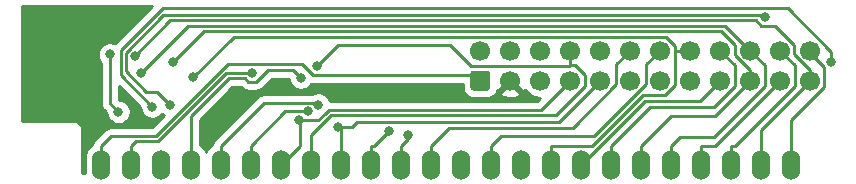
<source format=gbl>
G04 #@! TF.GenerationSoftware,KiCad,Pcbnew,(5.1.10)-1*
G04 #@! TF.CreationDate,2021-09-21T22:04:07-07:00*
G04 #@! TF.ProjectId,Atari130MX-adapter,41746172-6931-4333-904d-582d61646170,rev?*
G04 #@! TF.SameCoordinates,Original*
G04 #@! TF.FileFunction,Copper,L2,Bot*
G04 #@! TF.FilePolarity,Positive*
%FSLAX46Y46*%
G04 Gerber Fmt 4.6, Leading zero omitted, Abs format (unit mm)*
G04 Created by KiCad (PCBNEW (5.1.10)-1) date 2021-09-21 22:04:07*
%MOMM*%
%LPD*%
G01*
G04 APERTURE LIST*
G04 #@! TA.AperFunction,ComponentPad*
%ADD10O,1.524000X2.540000*%
G04 #@! TD*
G04 #@! TA.AperFunction,ComponentPad*
%ADD11C,1.700000*%
G04 #@! TD*
G04 #@! TA.AperFunction,ViaPad*
%ADD12C,0.800000*%
G04 #@! TD*
G04 #@! TA.AperFunction,Conductor*
%ADD13C,0.250000*%
G04 #@! TD*
G04 #@! TA.AperFunction,Conductor*
%ADD14C,0.254000*%
G04 #@! TD*
G04 #@! TA.AperFunction,Conductor*
%ADD15C,0.100000*%
G04 #@! TD*
G04 APERTURE END LIST*
D10*
X25400000Y-39116000D03*
X27940000Y-39116000D03*
X30480000Y-39116000D03*
X33020000Y-39116000D03*
X35560000Y-39116000D03*
X38100000Y-39116000D03*
X40640000Y-39116000D03*
X43180000Y-39116000D03*
X45720000Y-39116000D03*
X48260000Y-39116000D03*
X50800000Y-39116000D03*
X53340000Y-39116000D03*
X55880000Y-39116000D03*
X58420000Y-39116000D03*
X60960000Y-39116000D03*
X63500000Y-39116000D03*
X66040000Y-39116000D03*
X68580000Y-39116000D03*
X71120000Y-39116000D03*
X73660000Y-39116000D03*
X76200000Y-39116000D03*
X78740000Y-39116000D03*
X81280000Y-39116000D03*
X83820000Y-39116000D03*
D11*
X85440000Y-29460000D03*
X82900000Y-29460000D03*
X80360000Y-29460000D03*
X77820000Y-29460000D03*
X75280000Y-29460000D03*
X72740000Y-29460000D03*
X70200000Y-29460000D03*
X67660000Y-29460000D03*
X65120000Y-29460000D03*
X62580000Y-29460000D03*
X60040000Y-29460000D03*
X57500000Y-29460000D03*
X85440000Y-32000000D03*
X82900000Y-32000000D03*
X80360000Y-32000000D03*
X77820000Y-32000000D03*
X75280000Y-32000000D03*
X72740000Y-32000000D03*
X70200000Y-32000000D03*
X67660000Y-32000000D03*
X65120000Y-32000000D03*
X62580000Y-32000000D03*
X60040000Y-32000000D03*
G04 #@! TA.AperFunction,ComponentPad*
G36*
G01*
X58100000Y-32850000D02*
X56900000Y-32850000D01*
G75*
G02*
X56650000Y-32600000I0J250000D01*
G01*
X56650000Y-31400000D01*
G75*
G02*
X56900000Y-31150000I250000J0D01*
G01*
X58100000Y-31150000D01*
G75*
G02*
X58350000Y-31400000I0J-250000D01*
G01*
X58350000Y-32600000D01*
G75*
G02*
X58100000Y-32850000I-250000J0D01*
G01*
G37*
G04 #@! TD.AperFunction*
D12*
X28253600Y-29911300D03*
X26135600Y-29790300D03*
X26870100Y-34653100D03*
X28748800Y-31372500D03*
X31482700Y-30390800D03*
X81582100Y-26634500D03*
X31235500Y-34054100D03*
X33194400Y-31724100D03*
X87204200Y-30445600D03*
X29733000Y-34204200D03*
X51414100Y-36628600D03*
X49742000Y-36288200D03*
X45500000Y-35894500D03*
X43650303Y-30799801D03*
X42145003Y-35354997D03*
X42892400Y-34612200D03*
X43770900Y-34030800D03*
X42313300Y-31757800D03*
X38204300Y-31358400D03*
X21000000Y-33000000D03*
X25000000Y-35000000D03*
X51500000Y-33500000D03*
X34500000Y-36000000D03*
D13*
X85440000Y-29460000D02*
X85440000Y-29707100D01*
X85440000Y-29707100D02*
X86617300Y-30884400D01*
X86617300Y-30884400D02*
X86617300Y-32547300D01*
X86617300Y-32547300D02*
X83820000Y-35344600D01*
X83820000Y-35344600D02*
X83820000Y-39116000D01*
X28253600Y-29911300D02*
X31263000Y-26901900D01*
X31263000Y-26901900D02*
X80823800Y-26901900D01*
X80823800Y-26901900D02*
X81281700Y-27359800D01*
X81281700Y-27359800D02*
X82474800Y-27359800D01*
X82474800Y-27359800D02*
X84075400Y-28960400D01*
X84075400Y-28960400D02*
X84075400Y-29757600D01*
X84075400Y-29757600D02*
X85440000Y-31122200D01*
X85440000Y-31122200D02*
X85440000Y-32000000D01*
X85440000Y-32000000D02*
X81280000Y-36160000D01*
X81280000Y-36160000D02*
X81280000Y-37520700D01*
X81280000Y-39116000D02*
X81280000Y-37520700D01*
X78740000Y-39116000D02*
X78740000Y-37520700D01*
X82900000Y-29460000D02*
X84115300Y-30675300D01*
X84115300Y-30675300D02*
X84115300Y-32450300D01*
X84115300Y-32450300D02*
X79044900Y-37520700D01*
X79044900Y-37520700D02*
X78740000Y-37520700D01*
X26870100Y-34653100D02*
X26135600Y-33918600D01*
X26135600Y-33918600D02*
X26135600Y-29790300D01*
X76200000Y-37520700D02*
X77379300Y-37520700D01*
X77379300Y-37520700D02*
X82900000Y-32000000D01*
X76200000Y-39116000D02*
X76200000Y-37520700D01*
X28748800Y-31372500D02*
X32769000Y-27352300D01*
X32769000Y-27352300D02*
X78252300Y-27352300D01*
X78252300Y-27352300D02*
X80360000Y-29460000D01*
X73660000Y-39116000D02*
X73660000Y-37520700D01*
X80360000Y-29460000D02*
X81575300Y-30675300D01*
X81575300Y-30675300D02*
X81575300Y-32450400D01*
X81575300Y-32450400D02*
X77287500Y-36738200D01*
X77287500Y-36738200D02*
X74442500Y-36738200D01*
X74442500Y-36738200D02*
X73660000Y-37520700D01*
X31482700Y-30390800D02*
X34070800Y-27802700D01*
X34070800Y-27802700D02*
X77851700Y-27802700D01*
X77851700Y-27802700D02*
X79035100Y-28986100D01*
X79035100Y-28986100D02*
X79035100Y-29797200D01*
X79035100Y-29797200D02*
X80360000Y-31122100D01*
X80360000Y-31122100D02*
X80360000Y-32000000D01*
X71120000Y-39116000D02*
X71120000Y-37520700D01*
X80360000Y-32000000D02*
X77359500Y-35000500D01*
X77359500Y-35000500D02*
X73640200Y-35000500D01*
X73640200Y-35000500D02*
X71120000Y-37520700D01*
X68580000Y-39116000D02*
X68580000Y-37520700D01*
X77820000Y-29460000D02*
X79035300Y-30675300D01*
X79035300Y-30675300D02*
X79035300Y-32464000D01*
X79035300Y-32464000D02*
X77288800Y-34210500D01*
X77288800Y-34210500D02*
X71890200Y-34210500D01*
X71890200Y-34210500D02*
X68580000Y-37520700D01*
X31235500Y-34054100D02*
X30129100Y-32947700D01*
X30129100Y-32947700D02*
X29240400Y-32947700D01*
X29240400Y-32947700D02*
X27496300Y-31203600D01*
X27496300Y-31203600D02*
X27496300Y-29636800D01*
X27496300Y-29636800D02*
X30681600Y-26451500D01*
X30681600Y-26451500D02*
X81399100Y-26451500D01*
X81399100Y-26451500D02*
X81582100Y-26634500D01*
X77820000Y-32000000D02*
X76080800Y-33739200D01*
X76080800Y-33739200D02*
X71416800Y-33739200D01*
X71416800Y-33739200D02*
X66040000Y-39116000D01*
X74010000Y-29460000D02*
X74010000Y-32406800D01*
X74010000Y-32406800D02*
X73169900Y-33246900D01*
X73169900Y-33246900D02*
X71272200Y-33246900D01*
X71272200Y-33246900D02*
X66998400Y-37520700D01*
X66998400Y-37520700D02*
X63500000Y-37520700D01*
X75280000Y-29460000D02*
X74010000Y-29460000D01*
X33194400Y-31724100D02*
X36633900Y-28284600D01*
X36633900Y-28284600D02*
X73239900Y-28284600D01*
X73239900Y-28284600D02*
X74010000Y-29054700D01*
X74010000Y-29054700D02*
X74010000Y-29460000D01*
X63500000Y-39116000D02*
X63500000Y-37520700D01*
X29733000Y-34204200D02*
X27045900Y-31517100D01*
X27045900Y-31517100D02*
X27045900Y-29435700D01*
X27045900Y-29435700D02*
X30602200Y-25879400D01*
X30602200Y-25879400D02*
X83537600Y-25879400D01*
X83537600Y-25879400D02*
X87204200Y-29546000D01*
X87204200Y-29546000D02*
X87204200Y-30445600D01*
X58420000Y-39116000D02*
X58420000Y-37520700D01*
X72740000Y-29460000D02*
X71564600Y-30635400D01*
X71564600Y-30635400D02*
X71564600Y-32298700D01*
X71564600Y-32298700D02*
X67161100Y-36702200D01*
X67161100Y-36702200D02*
X59238500Y-36702200D01*
X59238500Y-36702200D02*
X58420000Y-37520700D01*
X53340000Y-39116000D02*
X53340000Y-37520700D01*
X70200000Y-29460000D02*
X69024600Y-30635400D01*
X69024600Y-30635400D02*
X69024600Y-32297700D01*
X69024600Y-32297700D02*
X65344900Y-35977400D01*
X65344900Y-35977400D02*
X54883300Y-35977400D01*
X54883300Y-35977400D02*
X53340000Y-37520700D01*
X50800000Y-39116000D02*
X50800000Y-37520700D01*
X51414100Y-36628600D02*
X51414100Y-36906600D01*
X51414100Y-36906600D02*
X50800000Y-37520700D01*
X48260000Y-39116000D02*
X48260000Y-37520700D01*
X49742000Y-36288200D02*
X48509500Y-37520700D01*
X48509500Y-37520700D02*
X48260000Y-37520700D01*
X45720000Y-39116000D02*
X45720000Y-37520700D01*
X64132610Y-35527390D02*
X67660000Y-32000000D01*
X47027390Y-35527390D02*
X64132610Y-35527390D01*
X45720000Y-36114500D02*
X45500000Y-35894500D01*
X45720000Y-39116000D02*
X45720000Y-36114500D01*
X46660280Y-35894500D02*
X47027390Y-35527390D01*
X45500000Y-35894500D02*
X46660280Y-35894500D01*
X65120000Y-29460000D02*
X65120000Y-30672300D01*
X65509200Y-30672300D02*
X65120000Y-30672300D01*
X66335300Y-32472800D02*
X66335300Y-31498400D01*
X64904050Y-33904050D02*
X66335300Y-32472800D01*
X66335300Y-31498400D02*
X65509200Y-30672300D01*
X63906550Y-34906550D02*
X64904050Y-33909050D01*
X44906550Y-34906550D02*
X63906550Y-34906550D01*
X43180000Y-36633100D02*
X44906550Y-34906550D01*
X64904050Y-33909050D02*
X64904050Y-33904050D01*
X43180000Y-39116000D02*
X43180000Y-36633100D01*
X64992500Y-30799800D02*
X65120000Y-30672300D01*
X56700200Y-30799800D02*
X64992500Y-30799800D01*
X54900400Y-29000000D02*
X56700200Y-30799800D01*
X45450104Y-29000000D02*
X54900400Y-29000000D01*
X43650303Y-30799801D02*
X45450104Y-29000000D01*
X42225300Y-35359900D02*
X43796700Y-35359900D01*
X44348390Y-34828300D02*
X44720150Y-34456540D01*
X44328300Y-34828300D02*
X44348390Y-34828300D01*
X43796700Y-35359900D02*
X44328300Y-34828300D01*
X62663460Y-34456540D02*
X65120000Y-32000000D01*
X44720150Y-34456540D02*
X62663460Y-34456540D01*
X42225300Y-37530700D02*
X40640000Y-39116000D01*
X42225300Y-35359900D02*
X42225300Y-37530700D01*
X42149906Y-35359900D02*
X42145003Y-35354997D01*
X42225300Y-35359900D02*
X42149906Y-35359900D01*
X42892400Y-34612200D02*
X41008500Y-34612200D01*
X41008500Y-34612200D02*
X38100000Y-37520700D01*
X38100000Y-39116000D02*
X38100000Y-37520700D01*
X35560000Y-37520700D02*
X39193800Y-33886900D01*
X39193800Y-33886900D02*
X43627000Y-33886900D01*
X43627000Y-33886900D02*
X43770900Y-34030800D01*
X35560000Y-39116000D02*
X35560000Y-37520700D01*
X41631910Y-31076410D02*
X42313300Y-31757800D01*
X38552301Y-32083401D02*
X39559292Y-31076410D01*
X37856299Y-32083401D02*
X38552301Y-32083401D01*
X37581308Y-31808410D02*
X37856299Y-32083401D01*
X36201710Y-31808410D02*
X37581308Y-31808410D01*
X33020000Y-34990120D02*
X36201710Y-31808410D01*
X39559292Y-31076410D02*
X41631910Y-31076410D01*
X33020000Y-39116000D02*
X33020000Y-34990120D01*
X28348090Y-37151910D02*
X30221801Y-37151909D01*
X27940000Y-37560000D02*
X28348090Y-37151910D01*
X27940000Y-39116000D02*
X27940000Y-37560000D01*
X36015310Y-31358400D02*
X38204300Y-31358400D01*
X30221801Y-37151909D02*
X36015310Y-31358400D01*
X23000000Y-35000000D02*
X25000000Y-35000000D01*
X21000000Y-33000000D02*
X23000000Y-35000000D01*
X58540000Y-33500000D02*
X60040000Y-32000000D01*
X51500000Y-33500000D02*
X58540000Y-33500000D01*
X25400000Y-39116000D02*
X25400000Y-37520700D01*
X42401700Y-30626400D02*
X36110900Y-30626400D01*
X36110900Y-30626400D02*
X30035400Y-36701900D01*
X30035400Y-36701900D02*
X26218800Y-36701900D01*
X26218800Y-36701900D02*
X25400000Y-37520700D01*
X57024801Y-31524801D02*
X57500000Y-32000000D01*
X43300101Y-31524801D02*
X57024801Y-31524801D01*
X42401700Y-30626400D02*
X43300101Y-31524801D01*
D14*
X26560695Y-28846104D02*
X26437498Y-28795074D01*
X26237539Y-28755300D01*
X26033661Y-28755300D01*
X25833702Y-28795074D01*
X25645344Y-28873095D01*
X25475826Y-28986363D01*
X25331663Y-29130526D01*
X25218395Y-29300044D01*
X25140374Y-29488402D01*
X25100600Y-29688361D01*
X25100600Y-29892239D01*
X25140374Y-30092198D01*
X25218395Y-30280556D01*
X25331663Y-30450074D01*
X25375601Y-30494012D01*
X25375600Y-33881277D01*
X25371924Y-33918600D01*
X25375600Y-33955922D01*
X25375600Y-33955932D01*
X25386597Y-34067585D01*
X25425640Y-34196296D01*
X25430054Y-34210846D01*
X25500626Y-34342876D01*
X25520055Y-34366550D01*
X25595599Y-34458601D01*
X25624602Y-34482403D01*
X25835100Y-34692901D01*
X25835100Y-34755039D01*
X25874874Y-34954998D01*
X25952895Y-35143356D01*
X26066163Y-35312874D01*
X26210326Y-35457037D01*
X26379844Y-35570305D01*
X26568202Y-35648326D01*
X26768161Y-35688100D01*
X26972039Y-35688100D01*
X27171998Y-35648326D01*
X27360356Y-35570305D01*
X27529874Y-35457037D01*
X27674037Y-35312874D01*
X27787305Y-35143356D01*
X27865326Y-34954998D01*
X27905100Y-34755039D01*
X27905100Y-34551161D01*
X27865326Y-34351202D01*
X27787305Y-34162844D01*
X27674037Y-33993326D01*
X27529874Y-33849163D01*
X27360356Y-33735895D01*
X27171998Y-33657874D01*
X26972039Y-33618100D01*
X26909901Y-33618100D01*
X26895600Y-33603799D01*
X26895600Y-32441601D01*
X28698000Y-34244002D01*
X28698000Y-34306139D01*
X28737774Y-34506098D01*
X28815795Y-34694456D01*
X28929063Y-34863974D01*
X29073226Y-35008137D01*
X29242744Y-35121405D01*
X29431102Y-35199426D01*
X29631061Y-35239200D01*
X29834939Y-35239200D01*
X30034898Y-35199426D01*
X30223256Y-35121405D01*
X30392774Y-35008137D01*
X30536937Y-34863974D01*
X30554852Y-34837163D01*
X30575726Y-34858037D01*
X30712843Y-34949655D01*
X29720599Y-35941900D01*
X26256122Y-35941900D01*
X26218799Y-35938224D01*
X26181476Y-35941900D01*
X26181467Y-35941900D01*
X26069814Y-35952897D01*
X25959691Y-35986302D01*
X25926553Y-35996354D01*
X25794523Y-36066926D01*
X25726603Y-36122667D01*
X25678799Y-36161899D01*
X25655001Y-36190898D01*
X24888998Y-36956901D01*
X24860000Y-36980699D01*
X24836202Y-37009697D01*
X24836201Y-37009698D01*
X24765026Y-37096424D01*
X24694454Y-37228454D01*
X24672480Y-37300896D01*
X24650998Y-37371714D01*
X24645530Y-37427231D01*
X24620113Y-37440817D01*
X24407392Y-37615393D01*
X24232817Y-37828114D01*
X24103096Y-38070806D01*
X24023214Y-38334141D01*
X24003000Y-38539376D01*
X24003000Y-39692625D01*
X24015348Y-39818000D01*
X23755000Y-39818000D01*
X23755000Y-36033865D01*
X23744943Y-35931756D01*
X23705202Y-35800748D01*
X23640667Y-35680011D01*
X23553817Y-35574183D01*
X23447989Y-35487333D01*
X23327252Y-35422798D01*
X23196244Y-35383057D01*
X23060000Y-35369638D01*
X22923757Y-35383057D01*
X22841531Y-35408000D01*
X18694000Y-35408000D01*
X18694000Y-25679000D01*
X29727798Y-25679000D01*
X26560695Y-28846104D01*
G04 #@! TA.AperFunction,Conductor*
D15*
G36*
X26560695Y-28846104D02*
G01*
X26437498Y-28795074D01*
X26237539Y-28755300D01*
X26033661Y-28755300D01*
X25833702Y-28795074D01*
X25645344Y-28873095D01*
X25475826Y-28986363D01*
X25331663Y-29130526D01*
X25218395Y-29300044D01*
X25140374Y-29488402D01*
X25100600Y-29688361D01*
X25100600Y-29892239D01*
X25140374Y-30092198D01*
X25218395Y-30280556D01*
X25331663Y-30450074D01*
X25375601Y-30494012D01*
X25375600Y-33881277D01*
X25371924Y-33918600D01*
X25375600Y-33955922D01*
X25375600Y-33955932D01*
X25386597Y-34067585D01*
X25425640Y-34196296D01*
X25430054Y-34210846D01*
X25500626Y-34342876D01*
X25520055Y-34366550D01*
X25595599Y-34458601D01*
X25624602Y-34482403D01*
X25835100Y-34692901D01*
X25835100Y-34755039D01*
X25874874Y-34954998D01*
X25952895Y-35143356D01*
X26066163Y-35312874D01*
X26210326Y-35457037D01*
X26379844Y-35570305D01*
X26568202Y-35648326D01*
X26768161Y-35688100D01*
X26972039Y-35688100D01*
X27171998Y-35648326D01*
X27360356Y-35570305D01*
X27529874Y-35457037D01*
X27674037Y-35312874D01*
X27787305Y-35143356D01*
X27865326Y-34954998D01*
X27905100Y-34755039D01*
X27905100Y-34551161D01*
X27865326Y-34351202D01*
X27787305Y-34162844D01*
X27674037Y-33993326D01*
X27529874Y-33849163D01*
X27360356Y-33735895D01*
X27171998Y-33657874D01*
X26972039Y-33618100D01*
X26909901Y-33618100D01*
X26895600Y-33603799D01*
X26895600Y-32441601D01*
X28698000Y-34244002D01*
X28698000Y-34306139D01*
X28737774Y-34506098D01*
X28815795Y-34694456D01*
X28929063Y-34863974D01*
X29073226Y-35008137D01*
X29242744Y-35121405D01*
X29431102Y-35199426D01*
X29631061Y-35239200D01*
X29834939Y-35239200D01*
X30034898Y-35199426D01*
X30223256Y-35121405D01*
X30392774Y-35008137D01*
X30536937Y-34863974D01*
X30554852Y-34837163D01*
X30575726Y-34858037D01*
X30712843Y-34949655D01*
X29720599Y-35941900D01*
X26256122Y-35941900D01*
X26218799Y-35938224D01*
X26181476Y-35941900D01*
X26181467Y-35941900D01*
X26069814Y-35952897D01*
X25959691Y-35986302D01*
X25926553Y-35996354D01*
X25794523Y-36066926D01*
X25726603Y-36122667D01*
X25678799Y-36161899D01*
X25655001Y-36190898D01*
X24888998Y-36956901D01*
X24860000Y-36980699D01*
X24836202Y-37009697D01*
X24836201Y-37009698D01*
X24765026Y-37096424D01*
X24694454Y-37228454D01*
X24672480Y-37300896D01*
X24650998Y-37371714D01*
X24645530Y-37427231D01*
X24620113Y-37440817D01*
X24407392Y-37615393D01*
X24232817Y-37828114D01*
X24103096Y-38070806D01*
X24023214Y-38334141D01*
X24003000Y-38539376D01*
X24003000Y-39692625D01*
X24015348Y-39818000D01*
X23755000Y-39818000D01*
X23755000Y-36033865D01*
X23744943Y-35931756D01*
X23705202Y-35800748D01*
X23640667Y-35680011D01*
X23553817Y-35574183D01*
X23447989Y-35487333D01*
X23327252Y-35422798D01*
X23196244Y-35383057D01*
X23060000Y-35369638D01*
X22923757Y-35383057D01*
X22841531Y-35408000D01*
X18694000Y-35408000D01*
X18694000Y-25679000D01*
X29727798Y-25679000D01*
X26560695Y-28846104D01*
G37*
G04 #@! TD.AperFunction*
D14*
X30607000Y-38989000D02*
X30627000Y-38989000D01*
X30627000Y-39243000D01*
X30607000Y-39243000D01*
X30607000Y-39263000D01*
X30353000Y-39263000D01*
X30353000Y-39243000D01*
X30333000Y-39243000D01*
X30333000Y-38989000D01*
X30353000Y-38989000D01*
X30353000Y-38969000D01*
X30607000Y-38969000D01*
X30607000Y-38989000D01*
G04 #@! TA.AperFunction,Conductor*
D15*
G36*
X30607000Y-38989000D02*
G01*
X30627000Y-38989000D01*
X30627000Y-39243000D01*
X30607000Y-39243000D01*
X30607000Y-39263000D01*
X30353000Y-39263000D01*
X30353000Y-39243000D01*
X30333000Y-39243000D01*
X30333000Y-38989000D01*
X30353000Y-38989000D01*
X30353000Y-38969000D01*
X30607000Y-38969000D01*
X30607000Y-38989000D01*
G37*
G04 #@! TD.AperFunction*
D14*
X60233748Y-31985858D02*
X60219605Y-32000000D01*
X61068397Y-32848792D01*
X61310689Y-32773271D01*
X61426525Y-32946632D01*
X61633368Y-33153475D01*
X61876589Y-33315990D01*
X62146842Y-33427932D01*
X62433740Y-33485000D01*
X62560199Y-33485000D01*
X62348659Y-33696540D01*
X44757472Y-33696540D01*
X44752519Y-33696052D01*
X44688105Y-33540544D01*
X44574837Y-33371026D01*
X44430674Y-33226863D01*
X44261156Y-33113595D01*
X44072798Y-33035574D01*
X43872839Y-32995800D01*
X43668961Y-32995800D01*
X43469002Y-33035574D01*
X43280644Y-33113595D01*
X43260732Y-33126900D01*
X39231122Y-33126900D01*
X39193799Y-33123224D01*
X39156476Y-33126900D01*
X39156467Y-33126900D01*
X39044814Y-33137897D01*
X38901553Y-33181354D01*
X38769524Y-33251926D01*
X38653799Y-33346899D01*
X38630001Y-33375897D01*
X35048998Y-36956901D01*
X35020000Y-36980699D01*
X34996202Y-37009697D01*
X34996201Y-37009698D01*
X34925026Y-37096424D01*
X34854454Y-37228454D01*
X34832480Y-37300896D01*
X34810998Y-37371714D01*
X34805530Y-37427231D01*
X34780113Y-37440817D01*
X34567392Y-37615393D01*
X34392817Y-37828114D01*
X34290000Y-38020471D01*
X34187183Y-37828113D01*
X34012607Y-37615392D01*
X33799886Y-37440817D01*
X33780000Y-37430188D01*
X33780000Y-35304921D01*
X36516513Y-32568410D01*
X37266507Y-32568410D01*
X37292495Y-32594398D01*
X37316298Y-32623402D01*
X37432023Y-32718375D01*
X37564052Y-32788947D01*
X37707313Y-32832404D01*
X37818966Y-32843401D01*
X37818976Y-32843401D01*
X37856298Y-32847077D01*
X37893621Y-32843401D01*
X38514979Y-32843401D01*
X38552301Y-32847077D01*
X38589623Y-32843401D01*
X38589634Y-32843401D01*
X38701287Y-32832404D01*
X38844548Y-32788947D01*
X38976577Y-32718375D01*
X39092302Y-32623402D01*
X39116105Y-32594399D01*
X39874094Y-31836410D01*
X41278300Y-31836410D01*
X41278300Y-31859739D01*
X41318074Y-32059698D01*
X41396095Y-32248056D01*
X41509363Y-32417574D01*
X41653526Y-32561737D01*
X41823044Y-32675005D01*
X42011402Y-32753026D01*
X42211361Y-32792800D01*
X42415239Y-32792800D01*
X42615198Y-32753026D01*
X42803556Y-32675005D01*
X42973074Y-32561737D01*
X43117237Y-32417574D01*
X43209461Y-32279551D01*
X43262768Y-32284801D01*
X43262778Y-32284801D01*
X43300101Y-32288477D01*
X43337424Y-32284801D01*
X56011928Y-32284801D01*
X56011928Y-32600000D01*
X56028992Y-32773254D01*
X56079528Y-32939850D01*
X56161595Y-33093386D01*
X56272038Y-33227962D01*
X56406614Y-33338405D01*
X56560150Y-33420472D01*
X56726746Y-33471008D01*
X56900000Y-33488072D01*
X58100000Y-33488072D01*
X58273254Y-33471008D01*
X58439850Y-33420472D01*
X58593386Y-33338405D01*
X58727962Y-33227962D01*
X58838405Y-33093386D01*
X58873142Y-33028397D01*
X59191208Y-33028397D01*
X59268843Y-33277472D01*
X59532883Y-33403371D01*
X59816411Y-33475339D01*
X60108531Y-33490611D01*
X60398019Y-33448599D01*
X60673747Y-33350919D01*
X60811157Y-33277472D01*
X60888792Y-33028397D01*
X60040000Y-32179605D01*
X59191208Y-33028397D01*
X58873142Y-33028397D01*
X58920472Y-32939850D01*
X58953580Y-32830707D01*
X59011603Y-32848792D01*
X59860395Y-32000000D01*
X59846253Y-31985858D01*
X60025858Y-31806253D01*
X60040000Y-31820395D01*
X60054143Y-31806253D01*
X60233748Y-31985858D01*
G04 #@! TA.AperFunction,Conductor*
D15*
G36*
X60233748Y-31985858D02*
G01*
X60219605Y-32000000D01*
X61068397Y-32848792D01*
X61310689Y-32773271D01*
X61426525Y-32946632D01*
X61633368Y-33153475D01*
X61876589Y-33315990D01*
X62146842Y-33427932D01*
X62433740Y-33485000D01*
X62560199Y-33485000D01*
X62348659Y-33696540D01*
X44757472Y-33696540D01*
X44752519Y-33696052D01*
X44688105Y-33540544D01*
X44574837Y-33371026D01*
X44430674Y-33226863D01*
X44261156Y-33113595D01*
X44072798Y-33035574D01*
X43872839Y-32995800D01*
X43668961Y-32995800D01*
X43469002Y-33035574D01*
X43280644Y-33113595D01*
X43260732Y-33126900D01*
X39231122Y-33126900D01*
X39193799Y-33123224D01*
X39156476Y-33126900D01*
X39156467Y-33126900D01*
X39044814Y-33137897D01*
X38901553Y-33181354D01*
X38769524Y-33251926D01*
X38653799Y-33346899D01*
X38630001Y-33375897D01*
X35048998Y-36956901D01*
X35020000Y-36980699D01*
X34996202Y-37009697D01*
X34996201Y-37009698D01*
X34925026Y-37096424D01*
X34854454Y-37228454D01*
X34832480Y-37300896D01*
X34810998Y-37371714D01*
X34805530Y-37427231D01*
X34780113Y-37440817D01*
X34567392Y-37615393D01*
X34392817Y-37828114D01*
X34290000Y-38020471D01*
X34187183Y-37828113D01*
X34012607Y-37615392D01*
X33799886Y-37440817D01*
X33780000Y-37430188D01*
X33780000Y-35304921D01*
X36516513Y-32568410D01*
X37266507Y-32568410D01*
X37292495Y-32594398D01*
X37316298Y-32623402D01*
X37432023Y-32718375D01*
X37564052Y-32788947D01*
X37707313Y-32832404D01*
X37818966Y-32843401D01*
X37818976Y-32843401D01*
X37856298Y-32847077D01*
X37893621Y-32843401D01*
X38514979Y-32843401D01*
X38552301Y-32847077D01*
X38589623Y-32843401D01*
X38589634Y-32843401D01*
X38701287Y-32832404D01*
X38844548Y-32788947D01*
X38976577Y-32718375D01*
X39092302Y-32623402D01*
X39116105Y-32594399D01*
X39874094Y-31836410D01*
X41278300Y-31836410D01*
X41278300Y-31859739D01*
X41318074Y-32059698D01*
X41396095Y-32248056D01*
X41509363Y-32417574D01*
X41653526Y-32561737D01*
X41823044Y-32675005D01*
X42011402Y-32753026D01*
X42211361Y-32792800D01*
X42415239Y-32792800D01*
X42615198Y-32753026D01*
X42803556Y-32675005D01*
X42973074Y-32561737D01*
X43117237Y-32417574D01*
X43209461Y-32279551D01*
X43262768Y-32284801D01*
X43262778Y-32284801D01*
X43300101Y-32288477D01*
X43337424Y-32284801D01*
X56011928Y-32284801D01*
X56011928Y-32600000D01*
X56028992Y-32773254D01*
X56079528Y-32939850D01*
X56161595Y-33093386D01*
X56272038Y-33227962D01*
X56406614Y-33338405D01*
X56560150Y-33420472D01*
X56726746Y-33471008D01*
X56900000Y-33488072D01*
X58100000Y-33488072D01*
X58273254Y-33471008D01*
X58439850Y-33420472D01*
X58593386Y-33338405D01*
X58727962Y-33227962D01*
X58838405Y-33093386D01*
X58873142Y-33028397D01*
X59191208Y-33028397D01*
X59268843Y-33277472D01*
X59532883Y-33403371D01*
X59816411Y-33475339D01*
X60108531Y-33490611D01*
X60398019Y-33448599D01*
X60673747Y-33350919D01*
X60811157Y-33277472D01*
X60888792Y-33028397D01*
X60040000Y-32179605D01*
X59191208Y-33028397D01*
X58873142Y-33028397D01*
X58920472Y-32939850D01*
X58953580Y-32830707D01*
X59011603Y-32848792D01*
X59860395Y-32000000D01*
X59846253Y-31985858D01*
X60025858Y-31806253D01*
X60040000Y-31820395D01*
X60054143Y-31806253D01*
X60233748Y-31985858D01*
G37*
G04 #@! TD.AperFunction*
M02*

</source>
